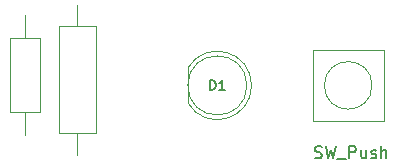
<source format=gbr>
%TF.GenerationSoftware,KiCad,Pcbnew,7.0.2*%
%TF.CreationDate,2023-06-29T18:38:04+09:00*%
%TF.ProjectId,laserpointer,6c617365-7270-46f6-996e-7465722e6b69,rev?*%
%TF.SameCoordinates,Original*%
%TF.FileFunction,AssemblyDrawing,Top*%
%FSLAX46Y46*%
G04 Gerber Fmt 4.6, Leading zero omitted, Abs format (unit mm)*
G04 Created by KiCad (PCBNEW 7.0.2) date 2023-06-29 18:38:04*
%MOMM*%
%LPD*%
G01*
G04 APERTURE LIST*
%ADD10C,0.150000*%
%ADD11C,0.200000*%
%ADD12C,0.100000*%
G04 APERTURE END LIST*
D10*
%TO.C,SW1*%
X145282381Y-81955000D02*
X145425238Y-82002619D01*
X145425238Y-82002619D02*
X145663333Y-82002619D01*
X145663333Y-82002619D02*
X145758571Y-81955000D01*
X145758571Y-81955000D02*
X145806190Y-81907380D01*
X145806190Y-81907380D02*
X145853809Y-81812142D01*
X145853809Y-81812142D02*
X145853809Y-81716904D01*
X145853809Y-81716904D02*
X145806190Y-81621666D01*
X145806190Y-81621666D02*
X145758571Y-81574047D01*
X145758571Y-81574047D02*
X145663333Y-81526428D01*
X145663333Y-81526428D02*
X145472857Y-81478809D01*
X145472857Y-81478809D02*
X145377619Y-81431190D01*
X145377619Y-81431190D02*
X145330000Y-81383571D01*
X145330000Y-81383571D02*
X145282381Y-81288333D01*
X145282381Y-81288333D02*
X145282381Y-81193095D01*
X145282381Y-81193095D02*
X145330000Y-81097857D01*
X145330000Y-81097857D02*
X145377619Y-81050238D01*
X145377619Y-81050238D02*
X145472857Y-81002619D01*
X145472857Y-81002619D02*
X145710952Y-81002619D01*
X145710952Y-81002619D02*
X145853809Y-81050238D01*
X146187143Y-81002619D02*
X146425238Y-82002619D01*
X146425238Y-82002619D02*
X146615714Y-81288333D01*
X146615714Y-81288333D02*
X146806190Y-82002619D01*
X146806190Y-82002619D02*
X147044286Y-81002619D01*
X147187143Y-82097857D02*
X147949047Y-82097857D01*
X148187143Y-82002619D02*
X148187143Y-81002619D01*
X148187143Y-81002619D02*
X148568095Y-81002619D01*
X148568095Y-81002619D02*
X148663333Y-81050238D01*
X148663333Y-81050238D02*
X148710952Y-81097857D01*
X148710952Y-81097857D02*
X148758571Y-81193095D01*
X148758571Y-81193095D02*
X148758571Y-81335952D01*
X148758571Y-81335952D02*
X148710952Y-81431190D01*
X148710952Y-81431190D02*
X148663333Y-81478809D01*
X148663333Y-81478809D02*
X148568095Y-81526428D01*
X148568095Y-81526428D02*
X148187143Y-81526428D01*
X149615714Y-81335952D02*
X149615714Y-82002619D01*
X149187143Y-81335952D02*
X149187143Y-81859761D01*
X149187143Y-81859761D02*
X149234762Y-81955000D01*
X149234762Y-81955000D02*
X149330000Y-82002619D01*
X149330000Y-82002619D02*
X149472857Y-82002619D01*
X149472857Y-82002619D02*
X149568095Y-81955000D01*
X149568095Y-81955000D02*
X149615714Y-81907380D01*
X150044286Y-81955000D02*
X150139524Y-82002619D01*
X150139524Y-82002619D02*
X150330000Y-82002619D01*
X150330000Y-82002619D02*
X150425238Y-81955000D01*
X150425238Y-81955000D02*
X150472857Y-81859761D01*
X150472857Y-81859761D02*
X150472857Y-81812142D01*
X150472857Y-81812142D02*
X150425238Y-81716904D01*
X150425238Y-81716904D02*
X150330000Y-81669285D01*
X150330000Y-81669285D02*
X150187143Y-81669285D01*
X150187143Y-81669285D02*
X150091905Y-81621666D01*
X150091905Y-81621666D02*
X150044286Y-81526428D01*
X150044286Y-81526428D02*
X150044286Y-81478809D01*
X150044286Y-81478809D02*
X150091905Y-81383571D01*
X150091905Y-81383571D02*
X150187143Y-81335952D01*
X150187143Y-81335952D02*
X150330000Y-81335952D01*
X150330000Y-81335952D02*
X150425238Y-81383571D01*
X150901429Y-82002619D02*
X150901429Y-81002619D01*
X151330000Y-82002619D02*
X151330000Y-81478809D01*
X151330000Y-81478809D02*
X151282381Y-81383571D01*
X151282381Y-81383571D02*
X151187143Y-81335952D01*
X151187143Y-81335952D02*
X151044286Y-81335952D01*
X151044286Y-81335952D02*
X150949048Y-81383571D01*
X150949048Y-81383571D02*
X150901429Y-81431190D01*
D11*
%TO.C,D1*%
X136409524Y-76220095D02*
X136409524Y-75420095D01*
X136409524Y-75420095D02*
X136600000Y-75420095D01*
X136600000Y-75420095D02*
X136714286Y-75458190D01*
X136714286Y-75458190D02*
X136790476Y-75534380D01*
X136790476Y-75534380D02*
X136828571Y-75610571D01*
X136828571Y-75610571D02*
X136866667Y-75762952D01*
X136866667Y-75762952D02*
X136866667Y-75877238D01*
X136866667Y-75877238D02*
X136828571Y-76029619D01*
X136828571Y-76029619D02*
X136790476Y-76105809D01*
X136790476Y-76105809D02*
X136714286Y-76182000D01*
X136714286Y-76182000D02*
X136600000Y-76220095D01*
X136600000Y-76220095D02*
X136409524Y-76220095D01*
X137628571Y-76220095D02*
X137171428Y-76220095D01*
X137400000Y-76220095D02*
X137400000Y-75420095D01*
X137400000Y-75420095D02*
X137323809Y-75534380D01*
X137323809Y-75534380D02*
X137247619Y-75610571D01*
X137247619Y-75610571D02*
X137171428Y-75648666D01*
D12*
%TO.C,SW1*%
X145100000Y-78850000D02*
X145100000Y-75850000D01*
X151100000Y-78850000D02*
X145100000Y-78850000D01*
X145100000Y-75850000D02*
X145100000Y-72850000D01*
X145100000Y-72850000D02*
X151100000Y-72850000D01*
X151100000Y-72850000D02*
X151100000Y-78850000D01*
X150115564Y-75850000D02*
G75*
G03*
X150115564Y-75850000I-2015564J0D01*
G01*
%TO.C,330*%
X120720000Y-69910000D02*
X120720000Y-71840000D01*
X121970000Y-71840000D02*
X119470000Y-71840000D01*
X119470000Y-71840000D02*
X119470000Y-78140000D01*
X121970000Y-78140000D02*
X121970000Y-71840000D01*
X119470000Y-78140000D02*
X121970000Y-78140000D01*
X120720000Y-80070000D02*
X120720000Y-78140000D01*
%TO.C,10k*%
X125180000Y-69000000D02*
X125180000Y-70850000D01*
X126780000Y-70850000D02*
X123580000Y-70850000D01*
X123580000Y-70850000D02*
X123580000Y-79850000D01*
X126780000Y-79850000D02*
X126780000Y-70850000D01*
X123580000Y-79850000D02*
X126780000Y-79850000D01*
X125180000Y-81700000D02*
X125180000Y-79850000D01*
%TO.C,D1*%
X134520000Y-74380306D02*
X134520000Y-77319694D01*
X134519984Y-77319666D02*
G75*
G03*
X134520000Y-74380306I2500016J1469666D01*
G01*
X139520000Y-75850000D02*
G75*
G03*
X139520000Y-75850000I-2500000J0D01*
G01*
%TD*%
M02*

</source>
